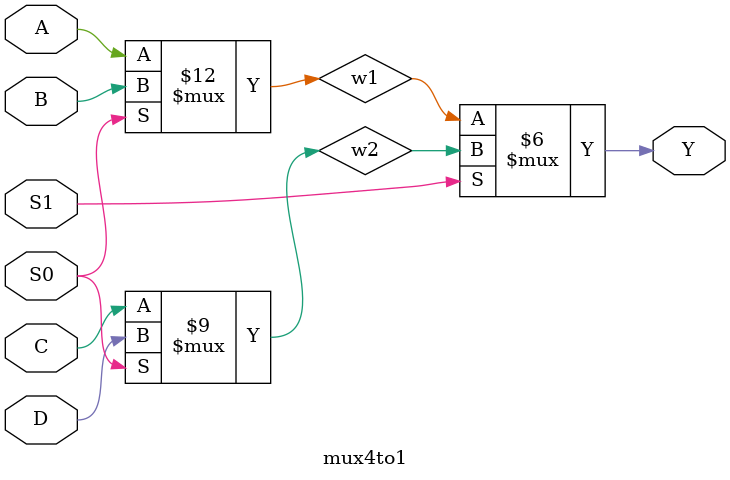
<source format=sv>
`timescale 1ns / 1ps


module mux4to1(A, B, C, D, S0, S1, Y);
    input A, B, C, D, S0, S1;
    output Y;
    reg Y, w1, w2;
    always @(A, B, C, D, S0, S1) begin
        if (S0 == 0)w1 = A;
        else w1 = B;
        if (S0 == 0) w2 = C;
        else w2 = D;
        if (S1 == 0) Y = w1;
        else Y = w2;
    end
endmodule

</source>
